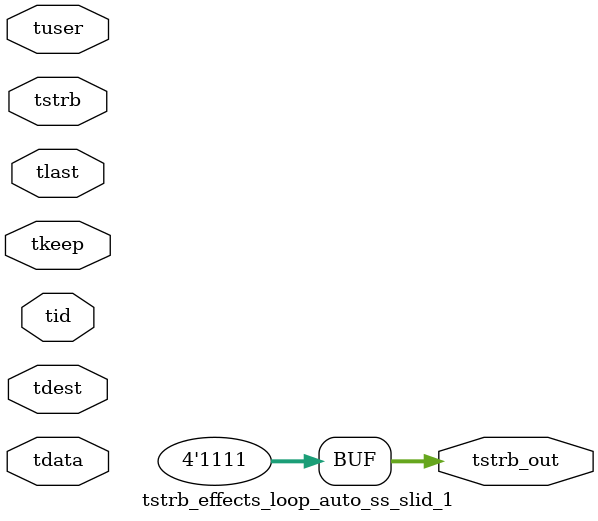
<source format=v>


`timescale 1ps/1ps

module tstrb_effects_loop_auto_ss_slid_1 #
(
parameter C_S_AXIS_TDATA_WIDTH = 32,
parameter C_S_AXIS_TUSER_WIDTH = 0,
parameter C_S_AXIS_TID_WIDTH   = 0,
parameter C_S_AXIS_TDEST_WIDTH = 0,
parameter C_M_AXIS_TDATA_WIDTH = 32
)
(
input  [(C_S_AXIS_TDATA_WIDTH == 0 ? 1 : C_S_AXIS_TDATA_WIDTH)-1:0     ] tdata,
input  [(C_S_AXIS_TUSER_WIDTH == 0 ? 1 : C_S_AXIS_TUSER_WIDTH)-1:0     ] tuser,
input  [(C_S_AXIS_TID_WIDTH   == 0 ? 1 : C_S_AXIS_TID_WIDTH)-1:0       ] tid,
input  [(C_S_AXIS_TDEST_WIDTH == 0 ? 1 : C_S_AXIS_TDEST_WIDTH)-1:0     ] tdest,
input  [(C_S_AXIS_TDATA_WIDTH/8)-1:0 ] tkeep,
input  [(C_S_AXIS_TDATA_WIDTH/8)-1:0 ] tstrb,
input                                                                    tlast,
output [(C_M_AXIS_TDATA_WIDTH/8)-1:0 ] tstrb_out
);

assign tstrb_out = {8'b11111111};

endmodule


</source>
